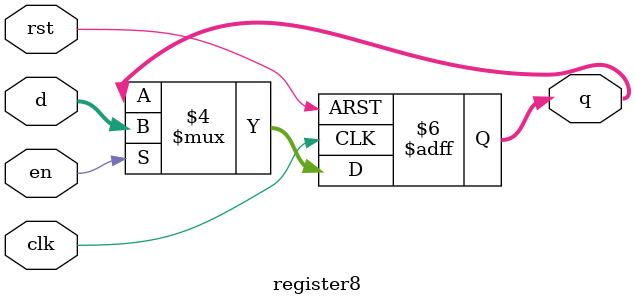
<source format=v>
module register8(d, clk, rst, en, q);
	input [7:0] d;
	input clk;
	input rst;
	input en;
	output reg [7:0]q;
	
	// в начальный момент времени в регистре хранится 0
	initial q <= 8'b0;

	always @(posedge clk or posedge rst) begin
		if (rst) q <= 7'b0; // сброс с 0
		else begin
			if (en) q <= d; // запмсь
			else q <= q; // хранение
		end
	end

endmodule

</source>
